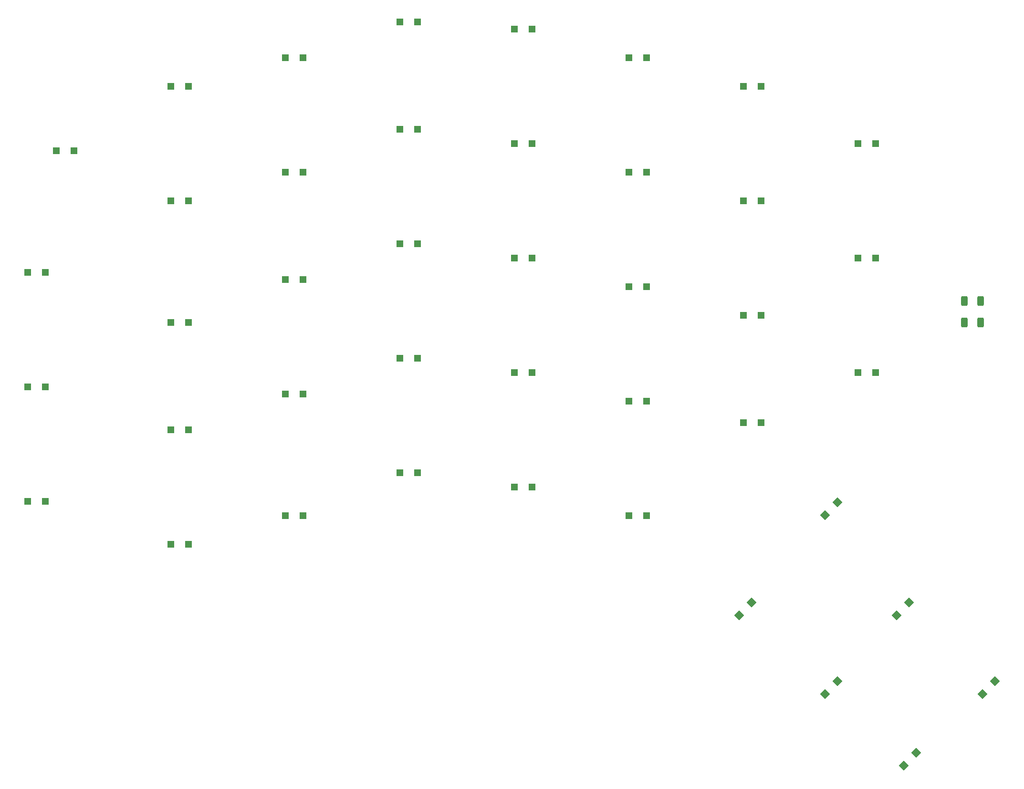
<source format=gbr>
%TF.GenerationSoftware,KiCad,Pcbnew,7.0.8*%
%TF.CreationDate,2023-11-09T18:46:39+07:00*%
%TF.ProjectId,sudi-redox-clone,73756469-2d72-4656-946f-782d636c6f6e,0.1*%
%TF.SameCoordinates,Original*%
%TF.FileFunction,Paste,Bot*%
%TF.FilePolarity,Positive*%
%FSLAX46Y46*%
G04 Gerber Fmt 4.6, Leading zero omitted, Abs format (unit mm)*
G04 Created by KiCad (PCBNEW 7.0.8) date 2023-11-09 18:46:39*
%MOMM*%
%LPD*%
G01*
G04 APERTURE LIST*
G04 Aperture macros list*
%AMRoundRect*
0 Rectangle with rounded corners*
0 $1 Rounding radius*
0 $2 $3 $4 $5 $6 $7 $8 $9 X,Y pos of 4 corners*
0 Add a 4 corners polygon primitive as box body*
4,1,4,$2,$3,$4,$5,$6,$7,$8,$9,$2,$3,0*
0 Add four circle primitives for the rounded corners*
1,1,$1+$1,$2,$3*
1,1,$1+$1,$4,$5*
1,1,$1+$1,$6,$7*
1,1,$1+$1,$8,$9*
0 Add four rect primitives between the rounded corners*
20,1,$1+$1,$2,$3,$4,$5,0*
20,1,$1+$1,$4,$5,$6,$7,0*
20,1,$1+$1,$6,$7,$8,$9,0*
20,1,$1+$1,$8,$9,$2,$3,0*%
%AMRotRect*
0 Rectangle, with rotation*
0 The origin of the aperture is its center*
0 $1 length*
0 $2 width*
0 $3 Rotation angle, in degrees counterclockwise*
0 Add horizontal line*
21,1,$1,$2,0,0,$3*%
G04 Aperture macros list end*
%ADD10R,1.200000X1.200000*%
%ADD11RotRect,1.200000X1.200000X45.000000*%
%ADD12RoundRect,0.250000X-0.312500X-0.625000X0.312500X-0.625000X0.312500X0.625000X-0.312500X0.625000X0*%
G04 APERTURE END LIST*
D10*
%TO.C,D34*%
X186385000Y-48260000D03*
X189535000Y-48260000D03*
%TD*%
%TO.C,D17*%
X105105000Y-66040000D03*
X108255000Y-66040000D03*
%TD*%
%TO.C,D22*%
X125425000Y-68580000D03*
X128575000Y-68580000D03*
%TD*%
%TO.C,D26*%
X145745000Y-53340000D03*
X148895000Y-53340000D03*
%TD*%
%TO.C,D18*%
X105105000Y-86360000D03*
X108255000Y-86360000D03*
%TD*%
%TO.C,D36*%
X186385000Y-88900000D03*
X189535000Y-88900000D03*
%TD*%
%TO.C,D25*%
X145745000Y-33020000D03*
X148895000Y-33020000D03*
%TD*%
%TO.C,D2*%
X39065000Y-71120000D03*
X42215000Y-71120000D03*
%TD*%
%TO.C,D11*%
X84785000Y-53340000D03*
X87935000Y-53340000D03*
%TD*%
%TO.C,D35*%
X186385000Y-68580000D03*
X189535000Y-68580000D03*
%TD*%
%TO.C,D21*%
X125425000Y-48260000D03*
X128575000Y-48260000D03*
%TD*%
D11*
%TO.C,D42*%
X208436307Y-145893693D03*
X210663693Y-143666307D03*
%TD*%
D10*
%TO.C,D28*%
X145745000Y-93980000D03*
X148895000Y-93980000D03*
%TD*%
%TO.C,D8*%
X64465000Y-99060000D03*
X67615000Y-99060000D03*
%TD*%
%TO.C,D29*%
X145745000Y-114300000D03*
X148895000Y-114300000D03*
%TD*%
D11*
%TO.C,D38*%
X180496307Y-145893693D03*
X182723693Y-143666307D03*
%TD*%
D10*
%TO.C,D31*%
X166065000Y-58420000D03*
X169215000Y-58420000D03*
%TD*%
D11*
%TO.C,D39*%
X194466307Y-158593693D03*
X196693693Y-156366307D03*
%TD*%
%TO.C,D37*%
X165256307Y-131923693D03*
X167483693Y-129696307D03*
%TD*%
%TO.C,D41*%
X193196307Y-131923693D03*
X195423693Y-129696307D03*
%TD*%
D10*
%TO.C,D14*%
X84785000Y-114300000D03*
X87935000Y-114300000D03*
%TD*%
%TO.C,D32*%
X166065000Y-78740000D03*
X169215000Y-78740000D03*
%TD*%
%TO.C,D7*%
X64465000Y-80010000D03*
X67615000Y-80010000D03*
%TD*%
%TO.C,D9*%
X64465000Y-119380000D03*
X67615000Y-119380000D03*
%TD*%
%TO.C,D1*%
X44145000Y-49530000D03*
X47295000Y-49530000D03*
%TD*%
%TO.C,D20*%
X125425000Y-27940000D03*
X128575000Y-27940000D03*
%TD*%
%TO.C,D4*%
X39065000Y-111760000D03*
X42215000Y-111760000D03*
%TD*%
%TO.C,D15*%
X105105000Y-26670000D03*
X108255000Y-26670000D03*
%TD*%
D11*
%TO.C,D40*%
X180496307Y-114143693D03*
X182723693Y-111916307D03*
%TD*%
D10*
%TO.C,D10*%
X84785000Y-33020000D03*
X87935000Y-33020000D03*
%TD*%
%TO.C,D24*%
X125425000Y-109220000D03*
X128575000Y-109220000D03*
%TD*%
%TO.C,D6*%
X64465000Y-58420000D03*
X67615000Y-58420000D03*
%TD*%
%TO.C,D5*%
X64465000Y-38100000D03*
X67615000Y-38100000D03*
%TD*%
%TO.C,D19*%
X105105000Y-106680000D03*
X108255000Y-106680000D03*
%TD*%
%TO.C,D30*%
X166065000Y-38100000D03*
X169215000Y-38100000D03*
%TD*%
%TO.C,D27*%
X145745000Y-73660000D03*
X148895000Y-73660000D03*
%TD*%
%TO.C,D23*%
X125425000Y-88900000D03*
X128575000Y-88900000D03*
%TD*%
%TO.C,D3*%
X39065000Y-91440000D03*
X42215000Y-91440000D03*
%TD*%
%TO.C,D13*%
X84785000Y-92710000D03*
X87935000Y-92710000D03*
%TD*%
%TO.C,D16*%
X105105000Y-45720000D03*
X108255000Y-45720000D03*
%TD*%
%TO.C,D33*%
X166065000Y-97790000D03*
X169215000Y-97790000D03*
%TD*%
%TO.C,D12*%
X84785000Y-72390000D03*
X87935000Y-72390000D03*
%TD*%
D12*
%TO.C,R1*%
X205240000Y-76200000D03*
X208165000Y-76200000D03*
%TD*%
%TO.C,R2*%
X205240000Y-80010000D03*
X208165000Y-80010000D03*
%TD*%
M02*

</source>
